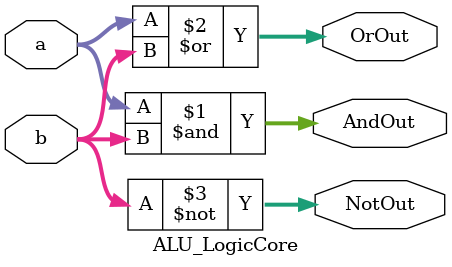
<source format=v>
`timescale 1ns / 1ps

module ALU_LogicCore(a, b, AndOut, OrOut, NotOut);
input [3:0] a, b;
output [3:0] AndOut, OrOut, NotOut;

assign AndOut = a & b;
assign OrOut = a | b;
assign NotOut = ~b;

endmodule
</source>
